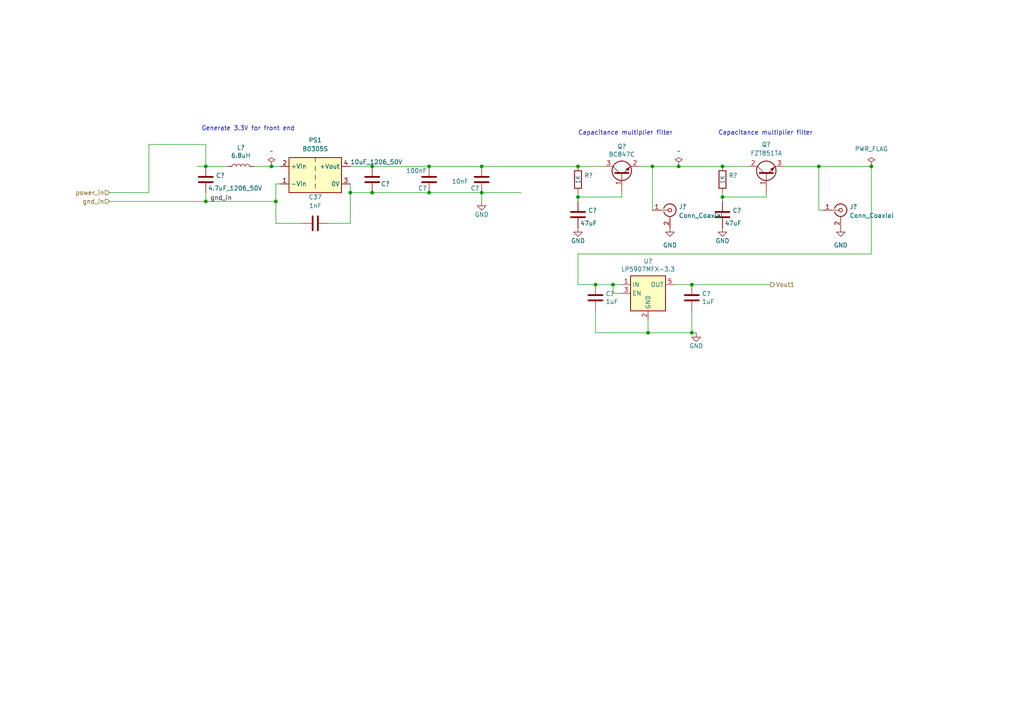
<source format=kicad_sch>
(kicad_sch (version 20230121) (generator eeschema)
  (paper "A4")
  (title_block (date "2023-08-24") (rev "1") (company "Boulder, CO 80305") (comment 1 "325 Broadway") (comment 2 "NIST") (comment 3 "Sae Woo Nam"))
  (lib_symbols
    (symbol "0JLC-6:10uF_1206_50V" (pin_numbers hide) (pin_names (offset 0.254))
      (property "Reference" "C" (at 0.635 2.54 0))
      (property "Value" "10uF_1206_50V" (at 0.635 -2.54 0))
      (symbol "10uF_1206_50V_0_1"
        (polyline (pts (xy -2.032 -0.762) (xy 2.032 -0.762)) (stroke (width 0.508)))
        (polyline (pts (xy -2.032 0.762) (xy 2.032 0.762)) (stroke (width 0.508)))
      )
      (symbol "10uF_1206_50V_1_1"
        (pin passive line (at 0 3.81 270) (length 2.794) (name "~") (number "1"))
        (pin passive line (at 0 -3.81 90) (length 2.794) (name "~") (number "2"))
      )
    )
    (symbol "0JLC-6:1K" (pin_numbers hide) (pin_names (offset 0))
      (property "Reference" "R" (at 2.032 0 90))
      (property "Value" "1K" (at 0 0 90))
      (symbol "1K_0_1"
        (rectangle (start -1.016 -2.54) (end 1.016 2.54) (stroke (width 0.254)))
      )
      (symbol "1K_1_1"
        (pin passive line (at 0 3.81 270) (length 1.27) (name "~") (number "1"))
        (pin passive line (at 0 -3.81 90) (length 1.27) (name "~") (number "2"))
      )
    )
    (symbol "0JLC-6:1uF" (pin_numbers hide) (pin_names (offset 0.254))
      (property "Reference" "C" (at 0.635 2.54 0))
      (property "Value" "1uF" (at 0.635 -2.54 0))
      (symbol "1uF_0_1"
        (polyline (pts (xy -2.032 -0.762) (xy 2.032 -0.762)) (stroke (width 0.508)))
        (polyline (pts (xy -2.032 0.762) (xy 2.032 0.762)) (stroke (width 0.508)))
      )
      (symbol "1uF_1_1"
        (pin passive line (at 0 3.81 270) (length 2.794) (name "~") (number "1"))
        (pin passive line (at 0 -3.81 90) (length 2.794) (name "~") (number "2"))
      )
    )
    (symbol "0JLC-6:4.7uF_1206_50V" (pin_numbers hide) (pin_names (offset 0.254))
      (property "Reference" "C" (at 0.635 2.54 0))
      (property "Value" "4.7uF_1206_50V" (at 0.635 -2.54 0))
      (symbol "4.7uF_1206_50V_0_1"
        (polyline (pts (xy -2.032 -0.762) (xy 2.032 -0.762)) (stroke (width 0.508)))
        (polyline (pts (xy -2.032 0.762) (xy 2.032 0.762)) (stroke (width 0.508)))
      )
      (symbol "4.7uF_1206_50V_1_1"
        (pin passive line (at 0 3.81 270) (length 2.794) (name "~") (number "1"))
        (pin passive line (at 0 -3.81 90) (length 2.794) (name "~") (number "2"))
      )
    )
    (symbol "0JLC-6:C" (pin_numbers hide) (pin_names (offset 0.254))
      (property "Reference" "C" (at 0.635 2.54 0))
      (property "Value" "C" (at 0.635 -2.54 0))
      (symbol "C_0_1"
        (polyline (pts (xy -2.032 -0.762) (xy 2.032 -0.762)) (stroke (width 0.508)))
        (polyline (pts (xy -2.032 0.762) (xy 2.032 0.762)) (stroke (width 0.508)))
      )
      (symbol "C_1_1"
        (pin passive line (at 0 3.81 270) (length 2.794) (name "~") (number "1"))
        (pin passive line (at 0 -3.81 90) (length 2.794) (name "~") (number "2"))
      )
    )
    (symbol "0JLC-6:LP5907MFX-3.3"
      (property "Reference" "U" (at -3.81 6.35 0))
      (property "Value" "LP5907MFX-3.3" (at 6.35 6.35 0))
      (symbol "LP5907MFX-3.3_0_1"
        (rectangle (start -5.08 -5.08) (end 5.08 5.08) (stroke (width 0.254)) (fill (type background)))
        (pin power_in line (at -7.62 2.54 0) (length 2.54) (name "IN") (number "1"))
        (pin power_in line (at 0 -7.62 90) (length 2.54) (name "GND") (number "2"))
        (pin input line (at -7.62 0 0) (length 2.54) (name "EN") (number "3"))
        (pin no_connect line (at 5.08 0 180) (length 2.54) hide (name "NC") (number "4"))
        (pin power_out line (at 7.62 2.54 180) (length 2.54) (name "OUT") (number "5"))
      )
    )
    (symbol "0JLC-7:100nF" (pin_numbers hide) (pin_names (offset 0.254))
      (property "Reference" "C8" (at -3.81 -1.2701 0))
      (property "Value" "100nF" (at -3.81 1.2699 0))
      (symbol "100nF_0_1"
        (polyline (pts (xy -2.032 -0.762) (xy 2.032 -0.762)) (stroke (width 0.508)))
        (polyline (pts (xy -2.032 0.762) (xy 2.032 0.762)) (stroke (width 0.508)))
      )
      (symbol "100nF_1_1"
        (pin passive line (at 0 3.81 270) (length 2.794) (name "~") (number "1"))
        (pin passive line (at 0 -3.81 90) (length 2.794) (name "~") (number "2"))
      )
    )
    (symbol "0JLC-7:B0305S-1WR2-0my_power"
      (property "Reference" "PS?" (at 0 9.3218 0))
      (property "Value" "B0305S" (at 0 7.0104 0))
      (symbol "B0305S-1WR2-0my_power_0_0"
        (pin power_in line (at -10.16 -2.54 0) (length 2.54) (name "-Vin") (number "1"))
        (pin power_in line (at -10.16 2.54 0) (length 2.54) (name "+Vin") (number "2"))
        (pin power_out line (at 10.16 -2.54 180) (length 2.54) (name "0V") (number "3"))
        (pin power_out line (at 10.16 2.54 180) (length 2.54) (name "+Vout") (number "4"))
      )
      (symbol "B0305S-1WR2-0my_power_0_1"
        (rectangle (start -7.62 5.08) (end 7.62 -5.08) (stroke (width 0.254)) (fill (type background)))
        (polyline (pts (xy 0 -2.54) (xy 0 -3.81)))
        (polyline (pts (xy 0 0) (xy 0 -1.27)))
        (polyline (pts (xy 0 2.54) (xy 0 1.27)))
        (polyline (pts (xy 0 5.08) (xy 0 3.81)))
      )
    )
    (symbol "0JLC-7:L_6.8uH_NLCV32T" (pin_numbers hide) (pin_names (offset 1.016) hide)
      (property "Reference" "L?" (at 0 5.08 0))
      (property "Value" "6.8uH" (at 0 2.54 0))
      (symbol "L_6.8uH_NLCV32T_0_1"
        (arc (start -1.27 0) (mid -1.905 0.6323) (end -2.54 0))
        (arc (start 0 0) (mid -0.635 0.6323) (end -1.27 0))
        (arc (start 1.27 0) (mid 0.635 0.6323) (end 0 0))
        (arc (start 2.54 0) (mid 1.905 0.6323) (end 1.27 0))
      )
      (symbol "L_6.8uH_NLCV32T_1_1"
        (pin passive line (at -3.81 0 0) (length 1.27) (name "1") (number "1"))
        (pin passive line (at 3.81 0 180) (length 1.27) (name "2") (number "2"))
      )
    )
    (symbol "Connector:Conn_Coaxial" (pin_names (offset 1.016) hide)
      (property "Reference" "J" (at 0.254 3.048 0))
      (property "Value" "Conn_Coaxial" (at 2.921 0 90))
      (symbol "Conn_Coaxial_0_1"
        (arc (start -1.778 -0.508) (mid 0.2311 -1.8066) (end 1.778 0) (stroke (width 0.254)))
        (polyline (pts (xy -2.54 0) (xy -0.508 0)))
        (polyline (pts (xy 0 -2.54) (xy 0 -1.778)))
        (circle (center 0 0) (radius 0.508) (stroke (width 0.2032)))
        (arc (start 1.778 0) (mid 0.2099 1.8101) (end -1.778 0.508) (stroke (width 0.254)))
      )
      (symbol "Conn_Coaxial_1_1"
        (pin passive line (at -5.08 0 0) (length 2.54) (name "In") (number "1"))
        (pin passive line (at 0 -5.08 90) (length 2.54) (name "Ext") (number "2"))
      )
    )
    (symbol "Device:C" (pin_numbers hide) (pin_names (offset 0.254))
      (property "Reference" "C" (at 0.635 2.54 0))
      (property "Value" "C" (at 0.635 -2.54 0))
      (symbol "C_0_1"
        (polyline (pts (xy -2.032 -0.762) (xy 2.032 -0.762)) (stroke (width 0.508)))
        (polyline (pts (xy -2.032 0.762) (xy 2.032 0.762)) (stroke (width 0.508)))
      )
      (symbol "C_1_1"
        (pin passive line (at 0 3.81 270) (length 2.794) (name "~") (number "1"))
        (pin passive line (at 0 -3.81 90) (length 2.794) (name "~") (number "2"))
      )
    )
    (symbol "Device:Q_NPN_BCE" (pin_names (offset 0) hide)
      (property "Reference" "Q" (at 5.08 1.27 0))
      (property "Value" "Q_NPN_BCE" (at 5.08 -1.27 0))
      (symbol "Q_NPN_BCE_0_1"
        (polyline (pts (xy 0.635 0.635) (xy 2.54 2.54)))
        (polyline (pts (xy 0.635 -0.635) (xy 2.54 -2.54) (xy 2.54 -2.54)))
        (polyline (pts (xy 0.635 1.905) (xy 0.635 -1.905) (xy 0.635 -1.905)) (stroke (width 0.508)))
        (polyline (pts (xy 1.27 -1.778) (xy 1.778 -1.27) (xy 2.286 -2.286) (xy 1.27 -1.778) (xy 1.27 -1.778)) (fill (type outline)))
        (circle (center 1.27 0) (radius 2.8194) (stroke (width 0.254)))
      )
      (symbol "Q_NPN_BCE_1_1"
        (pin input line (at -5.08 0 0) (length 5.715) (name "B") (number "1"))
        (pin passive line (at 2.54 5.08 270) (length 2.54) (name "C") (number "2"))
        (pin passive line (at 2.54 -5.08 90) (length 2.54) (name "E") (number "3"))
      )
    )
    (symbol "Transistor_BJT:BC847" (pin_names (offset 0) hide)
      (property "Reference" "Q" (at 5.08 1.905 0))
      (property "Value" "BC847" (at 5.08 0 0))
      (symbol "BC847_0_1"
        (polyline (pts (xy 0.635 0.635) (xy 2.54 2.54)))
        (polyline (pts (xy 0.635 -0.635) (xy 2.54 -2.54) (xy 2.54 -2.54)))
        (polyline (pts (xy 0.635 1.905) (xy 0.635 -1.905) (xy 0.635 -1.905)) (stroke (width 0.508)))
        (polyline (pts (xy 1.27 -1.778) (xy 1.778 -1.27) (xy 2.286 -2.286) (xy 1.27 -1.778) (xy 1.27 -1.778)) (fill (type outline)))
        (circle (center 1.27 0) (radius 2.8194) (stroke (width 0.254)))
      )
      (symbol "BC847_1_1"
        (pin input line (at -5.08 0 0) (length 5.715) (name "B") (number "1"))
        (pin passive line (at 2.54 -5.08 90) (length 2.54) (name "E") (number "2"))
        (pin passive line (at 2.54 5.08 270) (length 2.54) (name "C") (number "3"))
      )
    )
    (symbol "power:GND" (power) (pin_names (offset 0))
      (property "Value" "GND" (at 0 -3.81 0))
      (symbol "GND_0_1"
        (polyline (pts (xy 0 0) (xy 0 -1.27) (xy 1.27 -1.27) (xy 0 -2.54) (xy -1.27 -1.27) (xy 0 -1.27)))
      )
      (symbol "GND_1_1"
        (pin power_in line (at 0 0 270) (length 0) hide (name "GND") (number "1"))
      )
    )
    (symbol "power:PWR_FLAG" (power) (pin_numbers hide) (pin_names (offset 0) hide)
      (property "Value" "PWR_FLAG" (at 0 3.81 0))
      (symbol "PWR_FLAG_0_0"
        (pin power_out line (at 0 0 90) (length 0) (name "pwr") (number "1"))
      )
      (symbol "PWR_FLAG_0_1"
        (polyline (pts (xy 0 0) (xy 0 1.27) (xy -1.016 1.905) (xy 0 2.54) (xy 1.016 1.905) (xy 0 1.27)))
      )
    )
  )
  (junction (at 167.64 48.26))
  (junction (at 139.7 48.26))
  (junction (at 107.95 48.26))
  (junction (at 209.55 48.26))
  (junction (at 167.64 57.15))
  (junction (at 252.73 48.26))
  (junction (at 139.7 55.88))
  (junction (at 172.72 82.55))
  (junction (at 177.8 82.55))
  (junction (at 196.85 48.26))
  (junction (at 209.55 57.15))
  (junction (at 78.74 48.26))
  (junction (at 124.46 55.88))
  (junction (at 187.96 96.52))
  (junction (at 237.49 48.26))
  (junction (at 59.69 58.42))
  (junction (at 200.66 96.52))
  (junction (at 189.23 48.26))
  (junction (at 101.6 55.88))
  (junction (at 200.66 82.55))
  (junction (at 107.95 55.88))
  (junction (at 80.01 58.42))
  (junction (at 124.46 48.26))
  (junction (at 59.69 48.26))
  (wire (pts (xy 180.34 57.15) (xy 180.34 55.88)))
  (wire (pts (xy 57.15 48.26) (xy 59.69 48.26)))
  (wire (pts (xy 59.69 41.91) (xy 43.18 41.91)))
  (wire (pts (xy 139.7 55.88) (xy 151.13 55.88)))
  (wire (pts (xy 196.85 48.26) (xy 209.55 48.26)))
  (wire (pts (xy 209.55 57.15) (xy 222.25 57.15)))
  (wire (pts (xy 200.66 90.17) (xy 200.66 96.52)))
  (wire (pts (xy 124.46 55.88) (xy 139.7 55.88)))
  (wire (pts (xy 87.63 64.77) (xy 80.01 64.77)))
  (wire (pts (xy 80.01 58.42) (xy 59.69 58.42)))
  (wire (pts (xy 31.75 55.88) (xy 43.18 55.88)))
  (wire (pts (xy 101.6 53.34) (xy 101.6 55.88)))
  (wire (pts (xy 59.69 48.26) (xy 59.69 41.91)))
  (wire (pts (xy 139.7 48.26) (xy 167.64 48.26)))
  (wire (pts (xy 124.46 55.88) (xy 107.95 55.88)))
  (wire (pts (xy 227.33 48.26) (xy 237.49 48.26)))
  (wire (pts (xy 167.64 57.15) (xy 167.64 58.42)))
  (wire (pts (xy 252.73 48.26) (xy 252.73 73.66)))
  (wire (pts (xy 200.66 82.55) (xy 195.58 82.55)))
  (wire (pts (xy 80.01 64.77) (xy 80.01 58.42)))
  (wire (pts (xy 200.66 96.52) (xy 201.93 96.52)))
  (wire (pts (xy 237.49 48.26) (xy 237.49 60.96)))
  (wire (pts (xy 252.73 73.66) (xy 167.64 73.66)))
  (wire (pts (xy 95.25 64.77) (xy 101.6 64.77)))
  (wire (pts (xy 167.64 73.66) (xy 167.64 82.55)))
  (wire (pts (xy 237.49 48.26) (xy 252.73 48.26)))
  (wire (pts (xy 187.96 96.52) (xy 200.66 96.52)))
  (wire (pts (xy 59.69 48.26) (xy 66.04 48.26)))
  (wire (pts (xy 73.66 48.26) (xy 78.74 48.26)))
  (wire (pts (xy 107.95 48.26) (xy 124.46 48.26)))
  (wire (pts (xy 80.01 53.34) (xy 80.01 58.42)))
  (wire (pts (xy 209.55 48.26) (xy 217.17 48.26)))
  (wire (pts (xy 222.25 55.88) (xy 222.25 57.15)))
  (wire (pts (xy 124.46 48.26) (xy 139.7 48.26)))
  (wire (pts (xy 101.6 55.88) (xy 107.95 55.88)))
  (wire (pts (xy 187.96 96.52) (xy 172.72 96.52)))
  (wire (pts (xy 167.64 55.88) (xy 167.64 57.15)))
  (wire (pts (xy 43.18 41.91) (xy 43.18 55.88)))
  (wire (pts (xy 177.8 82.55) (xy 177.8 85.09)))
  (wire (pts (xy 59.69 55.88) (xy 59.69 58.42)))
  (wire (pts (xy 177.8 82.55) (xy 180.34 82.55)))
  (wire (pts (xy 172.72 82.55) (xy 177.8 82.55)))
  (wire (pts (xy 81.28 53.34) (xy 80.01 53.34)))
  (wire (pts (xy 189.23 48.26) (xy 196.85 48.26)))
  (wire (pts (xy 200.66 82.55) (xy 223.52 82.55)))
  (wire (pts (xy 189.23 60.96) (xy 189.23 48.26)))
  (wire (pts (xy 139.7 58.42) (xy 139.7 55.88)))
  (wire (pts (xy 187.96 92.71) (xy 187.96 96.52)))
  (wire (pts (xy 101.6 48.26) (xy 107.95 48.26)))
  (wire (pts (xy 167.64 48.26) (xy 175.26 48.26)))
  (wire (pts (xy 209.55 57.15) (xy 209.55 58.42)))
  (wire (pts (xy 167.64 57.15) (xy 180.34 57.15)))
  (wire (pts (xy 31.75 58.42) (xy 59.69 58.42)))
  (wire (pts (xy 167.64 82.55) (xy 172.72 82.55)))
  (wire (pts (xy 78.74 48.26) (xy 81.28 48.26)))
  (wire (pts (xy 237.49 60.96) (xy 238.76 60.96)))
  (wire (pts (xy 101.6 64.77) (xy 101.6 55.88)))
  (wire (pts (xy 185.42 48.26) (xy 189.23 48.26)))
  (wire (pts (xy 172.72 96.52) (xy 172.72 90.17)))
  (wire (pts (xy 177.8 85.09) (xy 180.34 85.09)))
  (wire (pts (xy 209.55 55.88) (xy 209.55 57.15)))
  (text "Generate 3.3V for front end" (at 58.42 38.1 0) (effects (font (size 1.27 1.27)) (justify left bottom)))
  (text "Capacitance multiplier filter" (at 208.28 39.37 0) (effects (font (size 1.27 1.27)) (justify left bottom)))
  (text "Capacitance multiplier filter" (at 167.64 39.37 0) (effects (font (size 1.27 1.27)) (justify left bottom)))
  (label "gnd_in" (at 60.96 58.42 0))
  (hierarchical_label "gnd_in" (shape input) (at 31.75 58.42 180))
  (hierarchical_label "power_in" (shape input) (at 31.75 55.88 180))
  (hierarchical_label "Vout1" (shape output) (at 223.52 82.55 0))
  (symbol (lib_id "power:PWR_FLAG") (at 252.73 48.26 0) (unit 1)
    (property "Reference" "#FLG09" (effects hide))
    (property "Value" "PWR_FLAG" (at 252.73 43.18 0))
    (instances (project "uart_mux_v3" (path "" (reference "#FLG09") (unit 1))) (project "transimpedance" (path "" (reference "#FLG05") (unit 1))))
  )
  (symbol (lib_id "0JLC-6:1uF") (at 200.66 86.36 0) (unit 1)
    (property "Reference" "C?" (at 203.581 85.1916 0) (effects (justify left)))
    (property "Value" "1uF" (at 203.581 87.503 0) (effects (justify left)))
    (property "Footprint" "Capacitor_SMD:C_0603_1608Metric_Pad1.08x0.95mm_HandSolder" (effects hide))
    (property "LCSC" "C15849" (effects hide))
    (property "MPN" "CL10A105KB8NNNC" (effects hide))
    (instances (project "uart_mux_v3" (path "" (reference "C?") (unit 1)) (path "" (reference "C33") (unit 1))) (project "transimpedance" (path "" (reference "C9") (unit 1))))
  )
  (symbol (lib_id "0JLC-6:LP5907MFX-3.3") (at 187.96 85.09 0) (unit 1)
    (property "Reference" "U?" (at 187.96 75.7682 0))
    (property "Value" "LP5907MFX-3.3" (at 187.96 78.0796 0))
    (property "Footprint" "Package_TO_SOT_SMD:SOT-23-5" (effects hide))
    (property "Datasheet" "http://www.ti.com/lit/ds/symlink/lp5907.pdf" (effects hide))
    (property "LCSC" "C80670" (effects hide))
    (property "MPN" "LP5907MFX-3.3/NOPB" (effects hide))
    (property "JLCPCB Rotation Offset" "180" (effects hide))
    (instances (project "uart_mux_v3" (path "" (reference "U?") (unit 1)) (path "" (reference "U11") (unit 1))) (project "transimpedance" (path "" (reference "U2") (unit 1))))
  )
  (symbol (lib_id "0JLC-7:100nF") (at 124.46 52.07 180) (unit 1)
    (property "Reference" "C?" (at 123.825 54.61 0) (effects (justify left)))
    (property "Value" "100nF" (at 123.825 49.53 0) (effects (justify left)))
    (property "Footprint" "Capacitor_SMD:C_0603_1608Metric_Pad1.08x0.95mm_HandSolder" (effects hide))
    (property "MFR" "Samsung" (effects hide))
    (property "MPN" "CC0603KRX7R9BB104" (effects hide))
    (property "SPURL" "-" (effects hide))
    (property "LCSC" "C14663" (effects hide))
    (instances (project "uart_mux_v3" (path "" (reference "C?") (unit 1)) (path "" (reference "C23") (unit 1))) (project "sq_lockin_v9" (path "" (reference "C34") (unit 1))) (project "transimpedance" (path "" (reference "C5") (unit 1))))
  )
  (symbol (lib_id "power:GND") (at 167.64 66.04 0) (unit 1)
    (property "Reference" "#PWR?" (effects hide))
    (property "Value" "~" (at 167.64 69.85 0))
    (instances (project "uart_mux_v3" (path "" (reference "#PWR?") (unit 1)) (path "" (reference "#PWR037") (unit 1))) (project "sq_lockin_v9" (path "" (reference "#PWR060") (unit 1))) (project "transimpedance" (path "" (reference "#PWR07") (unit 1))))
  )
  (symbol (lib_id "power:GND") (at 139.7 58.42 0) (unit 1)
    (property "Reference" "#PWR?" (effects hide))
    (property "Value" "~" (at 139.7 62.23 0))
    (instances (project "uart_mux_v3" (path "" (reference "#PWR?") (unit 1)) (path "" (reference "#PWR035") (unit 1))) (project "sq_lockin_v9" (path "" (reference "#PWR058") (unit 1))) (project "transimpedance" (path "" (reference "#PWR06") (unit 1))))
  )
  (symbol (lib_id "0JLC-6:10uF_1206_50V") (at 107.95 52.07 0) (unit 1)
    (property "Reference" "C?" (at 110.49 53.34 0) (effects (justify left)))
    (property "Value" "10uF_1206_50V" (at 101.6 46.99 0) (effects (justify left)))
    (property "Footprint" "Capacitor_SMD:C_1206_3216Metric_Pad1.33x1.80mm_HandSolder" (effects hide))
    (property "LCSC" "C13585" (effects hide))
    (property "MPN" "CL31A106KBHNNNE" (effects hide))
    (instances (project "uart_mux_v3" (path "" (reference "C?") (unit 1)) (path "" (reference "C21") (unit 1))) (project "sq_lockin_v9" (path "" (reference "C32") (unit 1))) (project "transimpedance" (path "" (reference "C4") (unit 1))))
  )
  (symbol (lib_id "Connector:Conn_Coaxial") (at 243.84 60.96 0) (unit 1)
    (property "Reference" "J?" (at 246.38 59.9831 0) (effects (justify left)))
    (property "Value" "Conn_Coaxial" (at 246.38 62.5231 0) (effects (justify left)))
    (property "Footprint" "Connector_Coaxial:U.FL_Hirose_U.FL-R-SMT-1_Vertical" (effects hide))
    (property "Datasheet" " ~" (effects hide))
    (property "LCSC" "C88373" (effects hide))
    (instances (project "uart_mux_v3" (path "" (reference "J?") (unit 1)) (path "" (reference "J10") (unit 1))) (project "sq_lockin_v9" (path "" (reference "J13") (unit 1))) (project "transimpedance" (path "" (reference "J2") (unit 1))))
  )
  (symbol (lib_id "Device:C") (at 167.64 62.23 0) (unit 1)
    (property "Reference" "C?" (at 170.561 61.0616 0) (effects (justify left)))
    (property "Value" "47uF" (at 168.275 64.77 0) (effects (justify left)))
    (property "Footprint" "Capacitor_SMD:C_1210_3225Metric_Pad1.33x2.70mm_HandSolder" (effects hide))
    (property "LCSC" "C84494" (effects hide))
    (property "MPN" "GRM32ER71A476KE15L" (effects hide))
    (instances (project "uart_mux_v3" (path "" (reference "C?") (unit 1)) (path "" (reference "C29") (unit 1))) (project "sq_lockin_v9" (path "" (reference "C38") (unit 1))) (project "transimpedance" (path "" (reference "C7") (unit 1))))
  )
  (symbol (lib_id "Device:C") (at 209.55 62.23 0) (unit 1)
    (property "Reference" "C?" (at 212.471 61.0616 0) (effects (justify left)))
    (property "Value" "47uF" (at 210.185 64.77 0) (effects (justify left)))
    (property "Footprint" "Capacitor_SMD:C_1210_3225Metric_Pad1.33x2.70mm_HandSolder" (effects hide))
    (property "LCSC" "C84494" (effects hide))
    (property "MPN" "GRM32ER71A476KE15L" (effects hide))
    (instances (project "uart_mux_v3" (path "" (reference "C?") (unit 1)) (path "" (reference "C35") (unit 1))) (project "sq_lockin_v9" (path "" (reference "C39") (unit 1))) (project "transimpedance" (path "" (reference "C10") (unit 1))))
  )
  (symbol (lib_id "0JLC-6:1K") (at 209.55 52.07 0) (unit 1)
    (property "Reference" "R?" (at 211.328 50.9016 0) (effects (justify left)))
    (property "Value" "1K" (at 209.55 52.07 90))
    (property "Footprint" "Resistor_SMD:R_0603_1608Metric_Pad0.98x0.95mm_HandSolder" (effects hide))
    (property "LCSC" "C21190" (effects hide))
    (property "MPN" "0603WAF1001T5E" (effects hide))
    (instances (project "uart_mux_v3" (path "" (reference "R?") (unit 1)) (path "" (reference "R5") (unit 1))) (project "sq_lockin_v9" (path "" (reference "R20") (unit 1))) (project "transimpedance" (path "" (reference "R6") (unit 1))))
  )
  (symbol (lib_id "power:GND") (at 194.31 66.04 0) (unit 1)
    (property "Reference" "#PWR?" (effects hide))
    (property "Value" "GND" (at 194.31 71.12 0))
    (property "Footprint" "Connector_Coaxial:U.FL_Hirose_U.FL-R-SMT-1_Vertical" (effects hide))
    (instances (project "uart_mux_v3" (path "" (reference "#PWR?") (unit 1)) (path "" (reference "#PWR039") (unit 1))) (project "sq_lockin_v9" (path "" (reference "#PWR061") (unit 1))) (project "transimpedance" (path "" (reference "#PWR08") (unit 1))))
  )
  (symbol (lib_id "power:GND") (at 209.55 66.04 0) (unit 1)
    (property "Reference" "#PWR?" (effects hide))
    (property "Value" "~" (at 209.55 69.85 0))
    (instances (project "uart_mux_v3" (path "" (reference "#PWR?") (unit 1)) (path "" (reference "#PWR043") (unit 1))) (project "sq_lockin_v9" (path "" (reference "#PWR062") (unit 1))) (project "transimpedance" (path "" (reference "#PWR010") (unit 1))))
  )
  (symbol (lib_id "Transistor_BJT:BC847") (at 180.34 50.8 90) (unit 1)
    (property "Reference" "Q?" (at 180.34 42.4688 90))
    (property "Value" "BC847C" (at 180.34 44.7802 90))
    (property "Footprint" "Package_TO_SOT_SMD:SOT-23" (effects hide))
    (property "Datasheet" "http://www.infineon.com/dgdl/Infineon-BC847SERIES_BC848SERIES_BC849SERIES_BC850SERIES-DS-v01_01-en.pdf?fileId=db3a304314dca389011541d4630a1657" (effects hide))
    (property "MPN" "BC847C,215" (effects hide))
    (property "LCSC" "C8664" (effects hide))
    (property "JLCPCB Rotation Offset" "180" (effects hide))
    (instances (project "uart_mux_v3" (path "" (reference "Q?") (unit 1)) (path "" (reference "Q3") (unit 1))) (project "sq_lockin_v9" (path "" (reference "Q1") (unit 1))) (project "transimpedance" (path "" (reference "Q1") (unit 1))))
  )
  (symbol (lib_id "power:GND") (at 201.93 96.52 0) (unit 1)
    (property "Reference" "#PWR?" (effects hide))
    (property "Value" "GND" (at 201.93 100.33 0))
    (instances (project "uart_mux_v3" (path "" (reference "#PWR?") (unit 1)) (path "" (reference "#PWR041") (unit 1))) (project "transimpedance" (path "" (reference "#PWR09") (unit 1))))
  )
  (symbol (lib_id "0JLC-6:4.7uF_1206_50V") (at 59.69 52.07 0) (unit 1)
    (property "Reference" "C?" (at 62.611 50.9016 0) (effects (justify left)))
    (property "Value" "4.7uF_1206_50V" (at 60.325 54.61 0) (effects (justify left)))
    (property "Footprint" "Capacitor_SMD:C_1206_3216Metric_Pad1.33x1.80mm_HandSolder" (effects hide))
    (property "LCSC" "C29823" (effects hide))
    (property "MPN" "1206B475K500NT" (effects hide))
    (instances (project "uart_mux_v3" (path "" (reference "C?") (unit 1)) (path "" (reference "C17") (unit 1))) (project "sq_lockin_v9" (path "" (reference "C29") (unit 1))) (project "transimpedance" (path "" (reference "C2") (unit 1))))
  )
  (symbol (lib_id "0JLC-6:C") (at 91.44 64.77 90) (unit 1)
    (property "Reference" "C37" (at 91.44 57.15 90))
    (property "Value" "1nF" (at 91.44 59.69 90))
    (property "Footprint" "Capacitor_SMD:C_0603_1608Metric_Pad1.08x0.95mm_HandSolder" (effects hide))
    (property "LCSC" "C100040" (effects hide))
    (property "MPN" "CC0603KRX7R9BB102" (effects hide))
    (instances (project "uart_mux_v3" (path "" (reference "C37") (unit 1))) (project "transimpedance" (path "" (reference "C3") (unit 1))))
  )
  (symbol (lib_id "Device:Q_NPN_BCE") (at 222.25 50.8 90) (unit 1)
    (property "Reference" "Q?" (at 222.25 41.91 90))
    (property "Value" "FZT851TA" (at 222.25 44.45 90))
    (property "Footprint" "Package_TO_SOT_SMD:SOT-223-3_TabPin2" (effects hide))
    (property "LCSC" "C87950" (effects hide))
    (property "MPN" "FZT851TA" (effects hide))
    (property "JLCPCB Rotation Offset" "180" (effects hide))
    (instances (project "uart_mux_v3" (path "" (reference "Q?") (unit 1)) (path "" (reference "Q5") (unit 1))) (project "sq_lockin_v9" (path "" (reference "Q2") (unit 1))) (project "transimpedance" (path "" (reference "Q2") (unit 1))))
  )
  (symbol (lib_id "0JLC-6:1uF") (at 172.72 86.36 0) (unit 1)
    (property "Reference" "C?" (at 175.641 85.1916 0) (effects (justify left)))
    (property "Value" "1uF" (at 175.641 87.503 0) (effects (justify left)))
    (property "Footprint" "Capacitor_SMD:C_0603_1608Metric_Pad1.08x0.95mm_HandSolder" (effects hide))
    (property "LCSC" "C15849" (effects hide))
    (property "MPN" "CL10A105KB8NNNC" (effects hide))
    (instances (project "uart_mux_v3" (path "" (reference "C?") (unit 1)) (path "" (reference "C31") (unit 1))) (project "transimpedance" (path "" (reference "C8") (unit 1))))
  )
  (symbol (lib_id "Device:C") (at 139.7 52.07 180) (unit 1)
    (property "Reference" "C?" (at 139.065 54.61 0) (effects (justify left)))
    (property "Value" "10nF" (at 135.89 53.34 0) (effects (justify left top)))
    (property "Footprint" "Capacitor_SMD:C_0603_1608Metric_Pad1.08x0.95mm_HandSolder" (effects hide))
    (property "Datasheet" "0603B103K500NT" (effects hide))
    (property "MFR" "Samsung" (effects hide))
    (property "MPN" "0603B103K500NT" (effects hide))
    (property "LCSC" "C57112" (effects hide))
    (property "SPURL" "-" (effects hide))
    (instances (project "uart_mux_v3" (path "" (reference "C?") (unit 1)) (path "" (reference "C27") (unit 1))) (project "sq_lockin_v9" (path "" (reference "C36") (unit 1))) (project "transimpedance" (path "" (reference "C6") (unit 1))))
  )
  (symbol (lib_id "0JLC-7:B0305S-1WR2-0my_power") (at 91.44 50.8 0) (unit 1)
    (property "Reference" "PS1" (at 91.44 40.64 0))
    (property "Value" "B0305S" (at 91.44 43.18 0))
    (property "Footprint" "Converter_DCDC:Converter_DCDC_Murata_MEE1SxxxxSC_THT" (effects hide))
    (property "MPN" "B0305S" (effects hide))
    (property "LCSC" "C909802" (effects hide))
    (property "Field5" "C7465186 ; C80854" (effects hide))
    (property "JLCPCB Rotation Offset" "90" (effects hide))
    (property "JLCPCB Position Offset" "-3.81,0" (effects hide))
  )
  (symbol (lib_id "power:PWR_FLAG") (at 196.85 48.26 0) (unit 1)
    (property "Reference" "#FLG?" (effects hide))
    (property "Value" "~" (at 196.85 43.8658 0))
    (instances (project "uart_mux_v3" (path "" (reference "#FLG?") (unit 1)) (path "" (reference "#FLG07") (unit 1))) (project "sq_lockin_v9" (path "" (reference "#FLG08") (unit 1))) (project "transimpedance" (path "" (reference "#FLG04") (unit 1))))
  )
  (symbol (lib_id "0JLC-7:L_6.8uH_NLCV32T") (at 69.85 48.26 0) (mirror y) (unit 1)
    (property "Reference" "L?" (at 69.85 42.799 0))
    (property "Value" "6.8uH" (at 69.85 45.1104 0))
    (property "Footprint" "Inductor_SMD:L_1210_3225Metric_Pad1.42x2.65mm_HandSolder" (effects hide))
    (property "MPN" "NLCV32T-6R8M-PFR" (effects hide))
    (property "LCSC" "C87558" (effects hide))
    (property "Field5" "C87558 ; C87559" (effects hide))
    (instances (project "uart_mux_v3" (path "" (reference "L?") (unit 1)) (path "" (reference "L2") (unit 1))) (project "sq_lockin_v9" (path "" (reference "L1") (unit 1))) (project "transimpedance" (path "" (reference "L1") (unit 1))))
  )
  (symbol (lib_id "0JLC-6:1K") (at 167.64 52.07 0) (unit 1)
    (property "Reference" "R?" (at 169.418 50.9016 0) (effects (justify left)))
    (property "Value" "1K" (at 167.64 52.07 90))
    (property "Footprint" "Resistor_SMD:R_0603_1608Metric_Pad0.98x0.95mm_HandSolder" (effects hide))
    (property "LCSC" "C21190" (effects hide))
    (property "MPN" "0603WAF1001T5E" (effects hide))
    (instances (project "uart_mux_v3" (path "" (reference "R?") (unit 1)) (path "" (reference "R3") (unit 1))) (project "sq_lockin_v9" (path "" (reference "R19") (unit 1))) (project "transimpedance" (path "" (reference "R5") (unit 1))))
  )
  (symbol (lib_id "power:GND") (at 243.84 66.04 0) (unit 1)
    (property "Reference" "#PWR?" (effects hide))
    (property "Value" "GND" (at 243.84 71.12 0))
    (property "Footprint" "Connector_Coaxial:U.FL_Hirose_U.FL-R-SMT-1_Vertical" (effects hide))
    (instances (project "uart_mux_v3" (path "" (reference "#PWR?") (unit 1)) (path "" (reference "#PWR045") (unit 1))) (project "sq_lockin_v9" (path "" (reference "#PWR063") (unit 1))) (project "transimpedance" (path "" (reference "#PWR011") (unit 1))))
  )
  (symbol (lib_id "Connector:Conn_Coaxial") (at 194.31 60.96 0) (unit 1)
    (property "Reference" "J?" (at 196.85 59.9831 0) (effects (justify left)))
    (property "Value" "Conn_Coaxial" (at 196.85 62.5231 0) (effects (justify left)))
    (property "Footprint" "Connector_Coaxial:U.FL_Hirose_U.FL-R-SMT-1_Vertical" (effects hide))
    (property "Datasheet" " ~" (effects hide))
    (property "LCSC" "C88373" (effects hide))
    (instances (project "uart_mux_v3" (path "" (reference "J?") (unit 1)) (path "" (reference "J8") (unit 1))) (project "sq_lockin_v9" (path "" (reference "J12") (unit 1))) (project "transimpedance" (path "" (reference "J1") (unit 1))))
  )
  (symbol (lib_id "power:PWR_FLAG") (at 78.74 48.26 0) (unit 1)
    (property "Reference" "#FLG?" (effects hide))
    (property "Value" "~" (at 78.74 43.8658 0))
    (instances (project "uart_mux_v3" (path "" (reference "#FLG?") (unit 1)) (path "" (reference "#FLG05") (unit 1))) (project "sq_lockin_v9" (path "" (reference "#FLG06") (unit 1))) (project "transimpedance" (path "" (reference "#FLG03") (unit 1))))
  )
)
</source>
